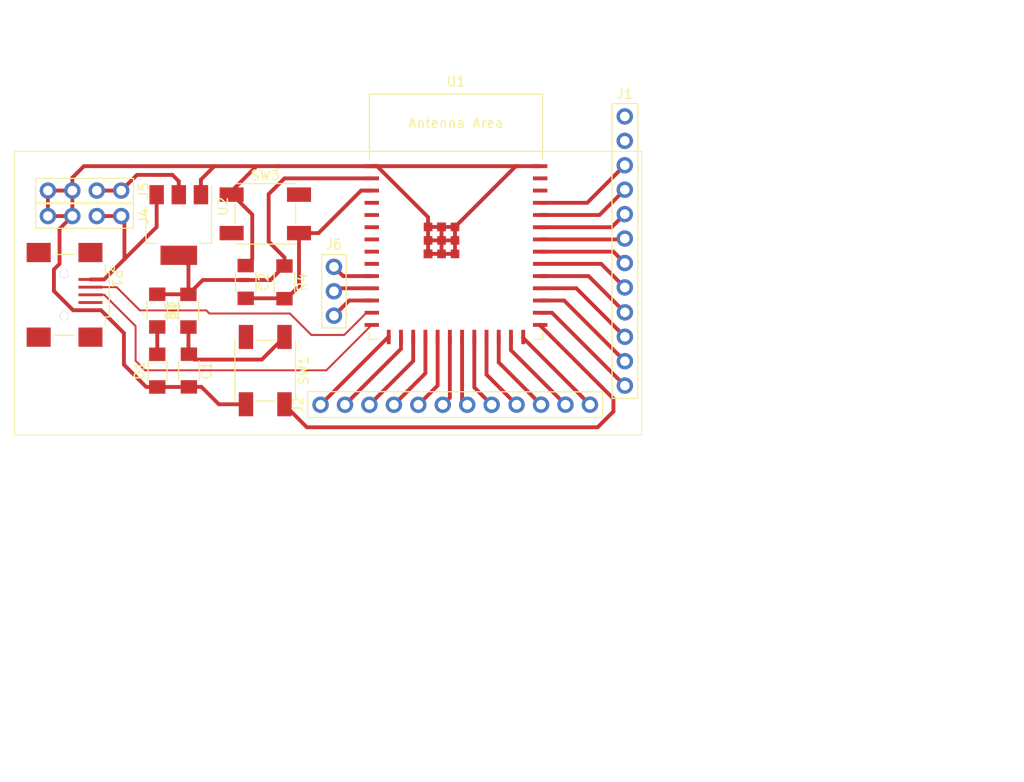
<source format=kicad_pcb>
(kicad_pcb (version 20240108) (generator "pcbnew") (generator_version "8.0")
  (layers (0 "F.Cu" signal) (31 "B.Cu" signal) (34 "B.Paste" user) (35 "F.Paste" user) (36 "B.SilkS" user "B.Silkscreen") (37 "F.SilkS" user "F.Silkscreen") (38 "B.Mask" user) (39 "F.Mask" user) (44 "Edge.Cuts" user))
  (net 0 "")
  (net 1 "GND")
  (net 2 "IO45")
  (net 3 "IO14")
  (net 5 "IO21")
  (net 7 "IO12")
  (net 11 "Net-(D1-A)")
  (net 12 "5V")
  (net 13 "D+")
  (net 15 "D-")
  (net 16 "3V3")
  (net 17 "Net-(U1-GPIO0{slash}BOOT)")
  (net 18 "Net-(U1-EN)")
  (net 19 "IO35")
  (net 20 "IO48")
  (net 21 "IO47")
  (net 22 "IO17")
  (net 23 "RX")
  (net 24 "TX")
  (net 25 "IO36")
  (net 26 "IO18")
  (net 27 "IO13")
  (net 28 "IO10")
  (net 29 "IO3")
  (net 30 "IO11")
  (net 31 "IO9")
  (net 32 "IO46")
  (net 33 "IO41")
  (net 34 "IO42")
  (net 35 "IO38")
  (net 36 "IO39")
  (net 37 "IO37")
  (net 38 "IO40")
  (net 44 "IO8")
  (footprint "fab:Button_Omron_B3SN_6.0x6.0mm" (layer "F.Cu") (at 356.24 70.55)
    (property "Reference" "SW3" (at 0 -4 0) (layer "F.SilkS"))
    (property "Value" "Switch_Tactile_Omron")
    (fp_line (start -3.15 -3.15) (end 3.15 -3.15) (stroke (width 0.12)) (layer "F.SilkS"))
    (fp_line (start -3.15 1) (end -3.15 -1) (stroke (width 0.12)) (layer "F.SilkS"))
    (fp_line (start 3.15 -1) (end 3.15 1) (stroke (width 0.12)) (layer "F.SilkS"))
    (fp_line (start 3.15 3.15) (end -3.15 3.15) (stroke (width 0.12)) (layer "F.SilkS"))
    (pad "1" smd rect (at -3.5 -2) (size 2.5 1.5) (layers "F.Cu" "F.Paste" "F.Mask") (net 1 "GND"))
    (pad "1" smd rect (at 3.5 -2) (size 2.5 1.5) (layers "F.Cu" "F.Paste" "F.Mask") (net 1 "GND"))
    (pad "2" smd rect (at -3.5 2) (size 2.5 1.5) (layers "F.Cu" "F.Paste" "F.Mask") (net 18 "Net-(U1-EN)"))
    (pad "2" smd rect (at 3.5 2) (size 2.5 1.5) (layers "F.Cu" "F.Paste" "F.Mask") (net 18 "Net-(U1-EN)"))
  )
  (footprint "fab:Conn_USB_miniB_Socket_CUIDevices_UJ2-MBH-1-SMT-TR" (layer "F.Cu") (at 330.22 78.97 -90)
    (property "Reference" "P1" (at -1.69 -10.03 -90) (layer "F.SilkS") (effects (justify bottom)))
    (property "Value" "Conn_USB_miniB_Socket_CUIDevices_UJ2-MBH-1-SMT-TR")
    (fp_line (start -4.2 -6.2) (end -4.2 -4.2) (stroke (width 0.12)) (layer "F.SilkS"))
    (fp_line (start 4.2 -6.2) (end 4.2 -4.1) (stroke (width 0.12)) (layer "F.SilkS"))
    (fp_line (start -3.1 -9.4) (end -2.3 -9.4) (stroke (width 0.12)) (layer "F.SilkS"))
    (fp_line (start -2.3 -9.4) (end -2.3 -9.8) (stroke (width 0.12)) (layer "F.SilkS"))
    (fp_line (start 2.3 -9.4) (end 3.1 -9.4) (stroke (width 0.12)) (layer "F.SilkS"))
    (fp_line (start -2.3 -9.8) (end 2.3 -9.8) (stroke (width 0.12)) (layer "F.SilkS"))
    (fp_line (start 2.3 -9.8) (end 2.3 -9.4) (stroke (width 0.12)) (layer "F.SilkS"))
    (fp_circle (center -2.75 -10.15) (end -2.75 -9.95) (stroke (width 0.12)) (fill none) (layer "F.SilkS"))
    (pad "" smd rect (at -3.4 -7.85 270) (size 2 2.5) (drill (offset -1 0)) (layers "F.Cu" "F.Paste" "F.Mask"))
    (pad "" smd rect (at -3.4 -2.47 270) (size 2 2.5) (drill (offset -1 0)) (layers "F.Cu" "F.Paste" "F.Mask"))
    (pad "" thru_hole circle (at -2.2 -5.11 270) (size 0.91 0.91) (drill 0.9) (layers "*.Cu" "*.Mask"))
    (pad "" thru_hole circle (at 2.2 -5.11 270) (size 0.91 0.91) (drill 0.9) (layers "*.Cu" "*.Mask"))
    (pad "" smd rect (at 3.4 -7.85 270) (size 2 2.5) (drill (offset 1 0)) (layers "F.Cu" "F.Paste" "F.Mask"))
    (pad "" smd rect (at 3.4 -2.47 270) (size 2 2.5) (drill (offset 1 0)) (layers "F.Cu" "F.Paste" "F.Mask"))
    (pad "1" smd rect (at -1.6 -7.85 270) (size 0.3 2.5) (layers "F.Cu" "F.Paste" "F.Mask") (net 12 "5V"))
    (pad "2" smd rect (at -0.8 -7.85 270) (size 0.3 2.5) (layers "F.Cu" "F.Paste" "F.Mask") (net 15 "D-"))
    (pad "3" smd rect (at 0 -7.85 270) (size 0.3 2.5) (layers "F.Cu" "F.Paste" "F.Mask") (net 13 "D+"))
    (pad "4" smd rect (at 0.8 -7.85 270) (size 0.3 2.5) (layers "F.Cu" "F.Paste" "F.Mask"))
    (pad "5" smd rect (at 1.6 -7.85 270) (size 0.3 2.5) (layers "F.Cu" "F.Paste" "F.Mask") (net 1 "GND"))
  )
  (footprint "fab:R_1206" (layer "F.Cu") (at 345.0125 80.61 -90)
    (property "Reference" "R1" (at 0 -1.85 90) (layer "F.SilkS"))
    (property "Value" "x")
    (fp_line (start 1 1.07) (end -1 1.07) (stroke (width 0.12)) (layer "F.SilkS"))
    (fp_line (start -1 -1.07) (end 1 -1.07) (stroke (width 0.12)) (layer "F.SilkS"))
    (pad "1" smd rect (at -1.7 0 270) (size 1.4 1.7) (layers "F.Cu" "F.Paste" "F.Mask") (net 16 "3V3"))
    (pad "2" smd rect (at 1.7 0 270) (size 1.4 1.7) (layers "F.Cu" "F.Paste" "F.Mask") (net 11 "Net-(D1-A)"))
  )
  (footprint "fab:PinHeader_1x12_P2.54mm_Vertical_THT_D1mm" (layer "F.Cu") (at 361.98 90.4 90)
    (property "Reference" "J2" (at 0 -2.33 -90) (layer "F.SilkS"))
    (property "Value" "Conn_PinHeader_1x12_P2.54mm_Vertical_THT_D1mm")
    (fp_line (start 1.37 -1.34) (end 1.34 29.32) (stroke (width 0.12)) (layer "F.SilkS"))
    (fp_line (start -1.33 -1.33) (end 1.37 -1.34) (stroke (width 0.12)) (layer "F.SilkS"))
    (fp_line (start -1.33 0) (end -1.33 -1.33) (stroke (width 0.12)) (layer "F.SilkS"))
    (fp_line (start -1.33 0) (end -1.32 29.32) (stroke (width 0.12)) (layer "F.SilkS"))
    (fp_line (start -1.32 29.32) (end 1.34 29.32) (stroke (width 0.12)) (layer "F.SilkS"))
    (pad "1" thru_hole circle (at 0 0 90) (size 1.7 1.7) (drill 1) (layers "*.Cu" "*.Mask") (net 29 "IO3"))
    (pad "2" thru_hole oval (at 0 2.54 90) (size 1.7 1.7) (drill 1) (layers "*.Cu" "*.Mask") (net 32 "IO46"))
    (pad "3" thru_hole oval (at 0 5.08 90) (size 1.7 1.7) (drill 1) (layers "*.Cu" "*.Mask") (net 31 "IO9"))
    (pad "4" thru_hole oval (at 0 7.62 90) (size 1.7 1.7) (drill 1) (layers "*.Cu" "*.Mask") (net 28 "IO10"))
    (pad "5" thru_hole oval (at 0 10.16 90) (size 1.7 1.7) (drill 1) (layers "*.Cu" "*.Mask") (net 30 "IO11"))
    (pad "6" thru_hole oval (at 0 12.7 90) (size 1.7 1.7) (drill 1) (layers "*.Cu" "*.Mask") (net 7 "IO12"))
    (pad "7" thru_hole oval (at 0 15.24 90) (size 1.7 1.7) (drill 1) (layers "*.Cu" "*.Mask") (net 27 "IO13"))
    (pad "8" thru_hole oval (at 0 17.78 90) (size 1.7 1.7) (drill 1) (layers "*.Cu" "*.Mask") (net 3 "IO14"))
    (pad "9" thru_hole oval (at 0.01 20.37 90) (size 1.7 1.7) (drill 1) (layers "*.Cu" "*.Mask") (net 5 "IO21"))
    (pad "10" thru_hole oval (at 0.01 22.91 90) (size 1.7 1.7) (drill 1) (layers "*.Cu" "*.Mask") (net 21 "IO47"))
    (pad "11" thru_hole oval (at 0.01 25.45 90) (size 1.7 1.7) (drill 1) (layers "*.Cu" "*.Mask") (net 20 "IO48"))
    (pad "12" thru_hole oval (at 0.01 27.99 90) (size 1.7 1.7) (drill 1) (layers "*.Cu" "*.Mask") (net 2 "IO45"))
  )
  (footprint "fab:R_1206" (layer "F.Cu") (at 358.23 77.67 -90)
    (property "Reference" "R4" (at 0 -1.85 90) (layer "F.SilkS"))
    (property "Value" "R 10k")
    (fp_line (start 1 1.07) (end -1 1.07) (stroke (width 0.12)) (layer "F.SilkS"))
    (fp_line (start -1 -1.07) (end 1 -1.07) (stroke (width 0.12)) (layer "F.SilkS"))
    (pad "1" smd rect (at -1.7 0 270) (size 1.4 1.7) (layers "F.Cu" "F.Paste" "F.Mask") (net 16 "3V3"))
    (pad "2" smd rect (at 1.7 0 270) (size 1.4 1.7) (layers "F.Cu" "F.Paste" "F.Mask") (net 18 "Net-(U1-EN)"))
  )
  (footprint "fab:LED_1206" (layer "F.Cu") (at 345.0125 86.85 90)
    (property "Reference" "D1" (at 0 -1.85 -90) (layer "F.SilkS"))
    (property "Value" "LED_1206")
    (fp_line (start -1.1 -0.95) (end 1.1 -0.95) (stroke (width 0.12)) (layer "F.SilkS"))
    (fp_line (start -1.1 1) (end 1.1 1) (stroke (width 0.12)) (layer "F.SilkS"))
    (pad "1" smd rect (at -1.7 0 90) (size 1.4 1.7) (layers "F.Cu" "F.Paste" "F.Mask") (net 1 "GND"))
    (pad "2" smd rect (at 1.7 0 90) (size 1.4 1.7) (layers "F.Cu" "F.Paste" "F.Mask") (net 11 "Net-(D1-A)"))
  )
  (footprint "fab:PinHeader_1x03_P2.54mm_Vertical_THT_D1mm" (layer "F.Cu") (at 363.37 76.06)
    (property "Reference" "J6" (at 0 -2.33 0) (layer "F.SilkS"))
    (property "Value" "Conn_PinHeader_1x03_P2.54mm_Vertical_THT_D1mm")
    (fp_line (start -1.27 -1.27) (end -1.27 6.35) (stroke (width 0.12)) (layer "F.SilkS"))
    (fp_line (start -1.27 -1.27) (end 1.27 -1.27) (stroke (width 0.12)) (layer "F.SilkS"))
    (fp_line (start -1.27 6.35) (end 1.27 6.35) (stroke (width 0.12)) (layer "F.SilkS"))
    (fp_line (start 1.27 -1.27) (end 1.27 6.35) (stroke (width 0.12)) (layer "F.SilkS"))
    (pad "1" thru_hole oval (at 0 0) (size 1.7 1.7) (drill 1) (layers "*.Cu" "*.Mask") (net 22 "IO17"))
    (pad "2" thru_hole oval (at 0 2.54) (size 1.7 1.7) (drill 1) (layers "*.Cu" "*.Mask") (net 26 "IO18"))
    (pad "3" thru_hole oval (at 0 5.08) (size 1.7 1.7) (drill 1) (layers "*.Cu" "*.Mask") (net 44 "IO8"))
  )
  (footprint "fab:Button_Omron_B3SN_6.0x6.0mm" (layer "F.Cu") (at 356.23 86.85 -90)
    (property "Reference" "SW1" (at 0 -4 90) (layer "F.SilkS"))
    (property "Value" "Switch_Tactile_Omron")
    (fp_line (start 3.15 3.15) (end -3.15 3.15) (stroke (width 0.12)) (layer "F.SilkS"))
    (fp_line (start -3.15 1) (end -3.15 -1) (stroke (width 0.12)) (layer "F.SilkS"))
    (fp_line (start 3.15 -1) (end 3.15 1) (stroke (width 0.12)) (layer "F.SilkS"))
    (fp_line (start -3.15 -3.15) (end 3.15 -3.15) (stroke (width 0.12)) (layer "F.SilkS"))
    (pad "1" smd rect (at -3.5 -2 270) (size 2.5 1.5) (layers "F.Cu" "F.Paste" "F.Mask") (net 17 "Net-(U1-GPIO0{slash}BOOT)"))
    (pad "1" smd rect (at 3.5 -2 270) (size 2.5 1.5) (layers "F.Cu" "F.Paste" "F.Mask") (net 17 "Net-(U1-GPIO0{slash}BOOT)"))
    (pad "2" smd rect (at -3.5 2 270) (size 2.5 1.5) (layers "F.Cu" "F.Paste" "F.Mask") (net 1 "GND"))
    (pad "2" smd rect (at 3.5 2 270) (size 2.5 1.5) (layers "F.Cu" "F.Paste" "F.Mask") (net 1 "GND"))
  )
  (footprint "fab:PinHeader_1x04_P2.54mm_Vertical_THT_D1mm" (layer "F.Cu") (at 341.27 70.78 -90)
    (property "Reference" "J4" (at 0 -2.33 90) (layer "F.SilkS"))
    (property "Value" "Conn_PinHeader_1x04_P2.54mm_Vertical_THT_D1mm")
    (fp_line (start -1.27 8.89) (end 1.27 8.89) (stroke (width 0.12)) (layer "F.SilkS"))
    (fp_line (start -1.27 -1.27) (end -1.27 8.89) (stroke (width 0.12)) (layer "F.SilkS"))
    (fp_line (start -1.27 -1.27) (end 1.27 -1.27) (stroke (width 0.12)) (layer "F.SilkS"))
    (fp_line (start 1.27 -1.27) (end 1.27 8.89) (stroke (width 0.12)) (layer "F.SilkS"))
    (pad "1" thru_hole oval (at 0 0 270) (size 1.7 1.7) (drill 1) (layers "*.Cu" "*.Mask") (net 12 "5V"))
    (pad "2" thru_hole oval (at 0 2.54 270) (size 1.7 1.7) (drill 1) (layers "*.Cu" "*.Mask") (net 12 "5V"))
    (pad "3" thru_hole oval (at 0 5.08 270) (size 1.7 1.7) (drill 1) (layers "*.Cu" "*.Mask") (net 1 "GND"))
    (pad "4" thru_hole oval (at 0 7.62 270) (size 1.7 1.7) (drill 1) (layers "*.Cu" "*.Mask") (net 1 "GND"))
  )
  (footprint "fab:C_1206" (layer "F.Cu") (at 354.2025 77.63 -90)
    (property "Reference" "C2" (at 0 -1.85 90) (layer "F.SilkS"))
    (property "Value" "C_1206")
    (fp_line (start 1 1.07) (end -1 1.07) (stroke (width 0.12)) (layer "F.SilkS"))
    (fp_line (start -1 -1.07) (end 1 -1.07) (stroke (width 0.12)) (layer "F.SilkS"))
    (pad "1" smd rect (at -1.7 0 270) (size 1.4 1.7) (layers "F.Cu" "F.Paste" "F.Mask") (net 1 "GND"))
    (pad "2" smd rect (at 1.7 0 270) (size 1.4 1.7) (layers "F.Cu" "F.Paste" "F.Mask") (net 18 "Net-(U1-EN)"))
  )
  (footprint "PCM_Espressif:ESP32-S3-WROOM-1" (layer "F.Cu") (at 376.05 73.85)
    (property "Reference" "U1" (at 0 -17.05 0) (layer "F.SilkS"))
    (property "Value" "ESP32-S3-WROOM-1")
    (fp_line (start -9 -15.75) (end -9 -9) (stroke (width 0.12)) (layer "F.SilkS"))
    (fp_line (start -9 -15.75) (end 9 -15.75) (stroke (width 0.12)) (layer "F.SilkS"))
    (fp_line (start -9 9) (end -9 9.75) (stroke (width 0.12)) (layer "F.SilkS"))
    (fp_line (start -9 9.75) (end -8 9.75) (stroke (width 0.12)) (layer "F.SilkS"))
    (fp_line (start 9 -15.75) (end 9 -9) (stroke (width 0.12)) (layer "F.SilkS"))
    (fp_line (start 9 -9.81) (end -9 -9.81) (stroke (width 0.12)) (layer "F.SilkS"))
    (fp_line (start 9 9) (end 9 9.75) (stroke (width 0.12)) (layer "F.SilkS"))
    (fp_line (start 9 9.75) (end 8 9.75) (stroke (width 0.12)) (layer "F.SilkS"))
    (fp_text user "Antenna Area" (at 0 -12.75 0) (layer "F.SilkS"))
    (pad "1" smd rect (at -8.75 -8.26) (size 1.5 0.4) (layers "F.Cu" "F.Paste" "F.Mask") (net 1 "GND"))
    (pad "2" smd rect (at -8.75 -6.99) (size 1.5 0.4) (layers "F.Cu" "F.Paste" "F.Mask") (net 16 "3V3"))
    (pad "3" smd rect (at -8.75 -5.72) (size 1.5 0.4) (layers "F.Cu" "F.Paste" "F.Mask") (net 18 "Net-(U1-EN)"))
    (pad "4" smd rect (at -8.75 -4.45) (size 1.5 0.4) (layers "F.Cu" "F.Paste" "F.Mask"))
    (pad "5" smd rect (at -8.75 -3.18) (size 1.5 0.4) (layers "F.Cu" "F.Paste" "F.Mask"))
    (pad "6" smd rect (at -8.75 -1.91) (size 1.5 0.4) (layers "F.Cu" "F.Paste" "F.Mask"))
    (pad "7" smd rect (at -8.75 -0.64) (size 1.5 0.4) (layers "F.Cu" "F.Paste" "F.Mask"))
    (pad "8" smd rect (at -8.75 0.63) (size 1.5 0.4) (layers "F.Cu" "F.Paste" "F.Mask"))
    (pad "9" smd rect (at -8.75 1.9) (size 1.5 0.4) (layers "F.Cu" "F.Paste" "F.Mask"))
    (pad "10" smd rect (at -8.75 3.17) (size 1.5 0.4) (layers "F.Cu" "F.Paste" "F.Mask") (net 22 "IO17"))
    (pad "11" smd rect (at -8.75 4.44) (size 1.5 0.4) (layers "F.Cu" "F.Paste" "F.Mask") (net 26 "IO18"))
    (pad "12" smd rect (at -8.75 5.71) (size 1.5 0.4) (layers "F.Cu" "F.Paste" "F.Mask") (net 44 "IO8"))
    (pad "13" smd rect (at -8.75 6.98) (size 1.5 0.4) (layers "F.Cu" "F.Paste" "F.Mask") (net 15 "D-"))
    (pad "14" smd rect (at -8.75 8.25) (size 1.5 0.4) (layers "F.Cu" "F.Paste" "F.Mask") (net 13 "D+"))
    (pad "15" smd rect (at -6.985 9.5 90) (size 1.5 0.4) (layers "F.Cu" "F.Paste" "F.Mask") (net 29 "IO3"))
    (pad "16" smd rect (at -5.715 9.5 90) (size 1.5 0.4) (layers "F.Cu" "F.Paste" "F.Mask") (net 32 "IO46"))
    (pad "17" smd rect (at -4.445 9.5 90) (size 1.5 0.4) (layers "F.Cu" "F.Paste" "F.Mask") (net 31 "IO9"))
    (pad "18" smd rect (at -3.175 9.5 90) (size 1.5 0.4) (layers "F.Cu" "F.Paste" "F.Mask") (net 28 "IO10"))
    (pad "19" smd rect (at -1.905 9.5 90) (size 1.5 0.4) (layers "F.Cu" "F.Paste" "F.Mask") (net 30 "IO11"))
    (pad "20" smd rect (at -0.635 9.5 90) (size 1.5 0.4) (layers "F.Cu" "F.Paste" "F.Mask") (net 7 "IO12"))
    (pad "21" smd rect (at 0.635 9.5 90) (size 1.5 0.4) (layers "F.Cu" "F.Paste" "F.Mask") (net 27 "IO13"))
    (pad "22" smd rect (at 1.905 9.5 90) (size 1.5 0.4) (layers "F.Cu" "F.Paste" "F.Mask") (net 3 "IO14"))
    (pad "23" smd rect (at 3.175 9.5 90) (size 1.5 0.4) (layers "F.Cu" "F.Paste" "F.Mask") (net 5 "IO21"))
    (pad "24" smd rect (at 4.445 9.5 90) (size 1.5 0.4) (layers "F.Cu" "F.Paste" "F.Mask") (net 21 "IO47"))
    (pad "25" smd rect (at 5.715 9.5 90) (size 1.5 0.4) (layers "F.Cu" "F.Paste" "F.Mask") (net 20 "IO48"))
    (pad "26" smd rect (at 6.985 9.5 90) (size 1.5 0.4) (layers "F.Cu" "F.Paste" "F.Mask") (net 2 "IO45"))
    (pad "27" smd rect (at 8.75 8.25) (size 1.5 0.4) (layers "F.Cu" "F.Paste" "F.Mask") (net 17 "Net-(U1-GPIO0{slash}BOOT)"))
    (pad "28" smd rect (at 8.75 6.98) (size 1.5 0.4) (layers "F.Cu" "F.Paste" "F.Mask") (net 19 "IO35"))
    (pad "29" smd rect (at 8.75 5.71) (size 1.5 0.4) (layers "F.Cu" "F.Paste" "F.Mask") (net 25 "IO36"))
    (pad "30" smd rect (at 8.75 4.44) (size 1.5 0.4) (layers "F.Cu" "F.Paste" "F.Mask") (net 37 "IO37"))
    (pad "31" smd rect (at 8.75 3.17) (size 1.5 0.4) (layers "F.Cu" "F.Paste" "F.Mask") (net 35 "IO38"))
    (pad "32" smd rect (at 8.75 1.9) (size 1.5 0.4) (layers "F.Cu" "F.Paste" "F.Mask") (net 36 "IO39"))
    (pad "33" smd rect (at 8.75 0.63) (size 1.5 0.4) (layers "F.Cu" "F.Paste" "F.Mask") (net 38 "IO40"))
    (pad "34" smd rect (at 8.75 -0.64) (size 1.5 0.4) (layers "F.Cu" "F.Paste" "F.Mask") (net 33 "IO41"))
    (pad "35" smd rect (at 8.75 -1.91) (size 1.5 0.4) (layers "F.Cu" "F.Paste" "F.Mask") (net 34 "IO42"))
    (pad "36" smd rect (at 8.75 -3.18) (size 1.5 0.4) (layers "F.Cu" "F.Paste" "F.Mask") (net 23 "RX"))
    (pad "37" smd rect (at 8.75 -4.45) (size 1.5 0.4) (layers "F.Cu" "F.Paste" "F.Mask") (net 24 "TX"))
    (pad "38" smd rect (at 8.75 -5.72) (size 1.5 0.4) (layers "F.Cu" "F.Paste" "F.Mask"))
    (pad "39" smd rect (at 8.75 -6.99) (size 1.5 0.4) (layers "F.Cu" "F.Paste" "F.Mask"))
    (pad "40" smd rect (at 8.75 -8.26) (size 1.5 0.4) (layers "F.Cu" "F.Paste" "F.Mask") (net 1 "GND"))
    (pad "41" smd rect (at -2.9 -1.94 180) (size 0.9 0.9) (layers "F.Cu" "F.Paste" "F.Mask") (net 1 "GND"))
    (pad "41" smd rect (at -2.9 -0.54 180) (size 0.9 0.9) (layers "F.Cu" "F.Paste" "F.Mask") (net 1 "GND"))
    (pad "41" smd rect (at -2.9 0.86 180) (size 0.9 0.9) (layers "F.Cu" "F.Paste" "F.Mask") (net 1 "GND"))
    (pad "41" smd rect (at -2.9 0.86 180) (size 0.9 0.9) (layers "F.Cu" "F.Paste" "F.Mask") (net 1 "GND"))
    (pad "41" smd rect (at -1.5 -1.94 180) (size 0.9 0.9) (layers "F.Cu" "F.Paste" "F.Mask") (net 1 "GND"))
    (pad "41" smd rect (at -1.5 -1.94 180) (size 0.9 0.9) (layers "F.Cu" "F.Paste" "F.Mask") (net 1 "GND"))
    (pad "41" smd rect (at -1.5 -0.54 180) (size 0.9 0.9) (layers "F.Cu" "F.Paste" "F.Mask") (net 1 "GND"))
    (pad "41" smd rect (at -1.5 0.86 180) (size 0.9 0.9) (layers "F.Cu" "F.Paste" "F.Mask") (net 1 "GND"))
    (pad "41" smd rect (at -0.1 -1.94 180) (size 0.9 0.9) (layers "F.Cu" "F.Paste" "F.Mask") (net 1 "GND"))
    (pad "41" smd rect (at -0.1 -0.54 180) (size 0.9 0.9) (layers "F.Cu" "F.Paste" "F.Mask") (net 1 "GND"))
    (pad "41" smd rect (at -0.1 0.86 180) (size 0.9 0.9) (layers "F.Cu" "F.Paste" "F.Mask") (net 1 "GND"))
  )
  (footprint "fab:PinHeader_1x04_P2.54mm_Vertical_THT_D1mm" (layer "F.Cu") (at 341.27 68.13 -90)
    (property "Reference" "J5" (at 0 -2.33 90) (layer "F.SilkS"))
    (property "Value" "Conn_PinHeader_1x04_P2.54mm_Vertical_THT_D1mm")
    (fp_line (start -1.27 8.89) (end 1.27 8.89) (stroke (width 0.12)) (layer "F.SilkS"))
    (fp_line (start -1.27 -1.27) (end -1.27 8.89) (stroke (width 0.12)) (layer "F.SilkS"))
    (fp_line (start -1.27 -1.27) (end 1.27 -1.27) (stroke (width 0.12)) (layer "F.SilkS"))
    (fp_line (start 1.27 -1.27) (end 1.27 8.89) (stroke (width 0.12)) (layer "F.SilkS"))
    (pad "1" thru_hole oval (at 0 0 270) (size 1.7 1.7) (drill 1) (layers "*.Cu" "*.Mask") (net 16 "3V3"))
    (pad "2" thru_hole oval (at 0 2.54 270) (size 1.7 1.7) (drill 1) (layers "*.Cu" "*.Mask") (net 16 "3V3"))
    (pad "3" thru_hole oval (at 0 5.08 270) (size 1.7 1.7) (drill 1) (layers "*.Cu" "*.Mask") (net 1 "GND"))
    (pad "4" thru_hole oval (at 0 7.62 270) (size 1.7 1.7) (drill 1) (layers "*.Cu" "*.Mask") (net 1 "GND"))
  )
  (footprint "fab:PinHeader_1x12_P2.54mm_Vertical_THT_D1mm" (layer "F.Cu") (at 393.59 60.42)
    (property "Reference" "J1" (at 0 -2.33 0) (layer "F.SilkS"))
    (property "Value" "Conn_PinHeader_1x12_P2.54mm_Vertical_THT_D1mm")
    (fp_line (start -1.33 -1.33) (end 1.37 -1.34) (stroke (width 0.12)) (layer "F.SilkS"))
    (fp_line (start -1.33 0) (end -1.33 -1.33) (stroke (width 0.12)) (layer "F.SilkS"))
    (fp_line (start -1.33 0) (end -1.32 29.32) (stroke (width 0.12)) (layer "F.SilkS"))
    (fp_line (start -1.32 29.32) (end 1.34 29.32) (stroke (width 0.12)) (layer "F.SilkS"))
    (fp_line (start 1.37 -1.34) (end 1.34 29.32) (stroke (width 0.12)) (layer "F.SilkS"))
    (pad "1" thru_hole circle (at 0 0) (size 1.7 1.7) (drill 1) (layers "*.Cu" "*.Mask"))
    (pad "2" thru_hole oval (at 0 2.54) (size 1.7 1.7) (drill 1) (layers "*.Cu" "*.Mask"))
    (pad "3" thru_hole oval (at 0 5.08) (size 1.7 1.7) (drill 1) (layers "*.Cu" "*.Mask") (net 24 "TX"))
    (pad "4" thru_hole oval (at 0 7.62) (size 1.7 1.7) (drill 1) (layers "*.Cu" "*.Mask") (net 23 "RX"))
    (pad "5" thru_hole oval (at 0 10.16) (size 1.7 1.7) (drill 1) (layers "*.Cu" "*.Mask") (net 34 "IO42"))
    (pad "6" thru_hole oval (at 0 12.7) (size 1.7 1.7) (drill 1) (layers "*.Cu" "*.Mask") (net 33 "IO41"))
    (pad "7" thru_hole oval (at 0 15.24) (size 1.7 1.7) (drill 1) (layers "*.Cu" "*.Mask") (net 38 "IO40"))
    (pad "8" thru_hole oval (at 0 17.78) (size 1.7 1.7) (drill 1) (layers "*.Cu" "*.Mask") (net 36 "IO39"))
    (pad "9" thru_hole oval (at 0.01 20.37) (size 1.7 1.7) (drill 1) (layers "*.Cu" "*.Mask") (net 35 "IO38"))
    (pad "10" thru_hole oval (at 0.01 22.91) (size 1.7 1.7) (drill 1) (layers "*.Cu" "*.Mask") (net 37 "IO37"))
    (pad "11" thru_hole oval (at 0.01 25.45) (size 1.7 1.7) (drill 1) (layers "*.Cu" "*.Mask") (net 25 "IO36"))
    (pad "12" thru_hole oval (at 0.01 27.99) (size 1.7 1.7) (drill 1) (layers "*.Cu" "*.Mask") (net 19 "IO35"))
  )
  (footprint "fab:R_1206" (layer "F.Cu") (at 348.2525 80.62 90)
    (property "Reference" "R3" (at 0 -1.85 -90) (layer "F.SilkS"))
    (property "Value" "R 10k")
    (fp_line (start -1 -1.07) (end 1 -1.07) (stroke (width 0.12)) (layer "F.SilkS"))
    (fp_line (start 1 1.07) (end -1 1.07) (stroke (width 0.12)) (layer "F.SilkS"))
    (pad "1" smd rect (at -1.7 0 90) (size 1.4 1.7) (layers "F.Cu" "F.Paste" "F.Mask") (net 17 "Net-(U1-GPIO0{slash}BOOT)"))
    (pad "2" smd rect (at 1.7 0 90) (size 1.4 1.7) (layers "F.Cu" "F.Paste" "F.Mask") (net 16 "3V3"))
  )
  (footprint "fab:SOT-223-3_TabPin2" (layer "F.Cu") (at 347.25 71.71 -90)
    (property "Reference" "U2" (at -1.92 -4.59 90) (layer "F.SilkS"))
    (property "Value" "Regulator_Linear_3.3V_1A_DiodesIncorporated")
    (fp_line (start -1.85 3.41) (end 1.91 3.41) (stroke (width 0.12)) (layer "F.SilkS"))
    (fp_line (start 1.91 3.41) (end 1.91 2.15) (stroke (width 0.12)) (layer "F.SilkS"))
    (fp_line (start -4.1 -3.41) (end 1.91 -3.41) (stroke (width 0.12)) (layer "F.SilkS"))
    (fp_line (start 1.91 -3.41) (end 1.91 -2.15) (stroke (width 0.12)) (layer "F.SilkS"))
    (pad "1" smd rect (at -3.15 -2.3 270) (size 2 1.5) (layers "F.Cu" "F.Paste" "F.Mask") (net 1 "GND"))
    (pad "2" smd rect (at -3.15 0 270) (size 2 1.5) (layers "F.Cu" "F.Paste" "F.Mask") (net 16 "3V3"))
    (pad "2" smd rect (at 3.15 0 270) (size 2 3.8) (layers "F.Cu" "F.Paste" "F.Mask") (net 16 "3V3"))
    (pad "3" smd rect (at -3.15 2.3 270) (size 2 1.5) (layers "F.Cu" "F.Paste" "F.Mask") (net 12 "5V"))
  )
  (footprint "fab:C_1206" (layer "F.Cu") (at 348.3 86.84 -90)
    (property "Reference" "C1" (at 0 -1.85 90) (layer "F.SilkS"))
    (property "Value" "C_1206")
    (fp_line (start 1 1.07) (end -1 1.07) (stroke (width 0.12)) (layer "F.SilkS"))
    (fp_line (start -1 -1.07) (end 1 -1.07) (stroke (width 0.12)) (layer "F.SilkS"))
    (pad "1" smd rect (at -1.7 0 270) (size 1.4 1.7) (layers "F.Cu" "F.Paste" "F.Mask") (net 17 "Net-(U1-GPIO0{slash}BOOT)"))
    (pad "2" smd rect (at 1.7 0 270) (size 1.4 1.7) (layers "F.Cu" "F.Paste" "F.Mask") (net 1 "GND"))
  )
  (gr_rect (start 330.2 64.04) (end 395.35 93.55) (stroke (width 0.1)) (fill none) (layer "F.SilkS"))
  (segment (start 367.3 65.59) (end 367.85 65.59) (width 0.4) (layer "F.Cu") (net 1))
  (segment (start 333.65 70.78) (end 336.19 70.78) (width 0.4) (layer "F.Cu") (net 1))
  (segment (start 367.3 65.59) (end 357.64 65.59) (width 0.4) (layer "F.Cu") (net 1))
  (segment (start 382.27 65.59) (end 375.95 71.91) (width 0.4) (layer "F.Cu") (net 1))
  (segment (start 351.41 90.35) (end 349.6 88.54) (width 0.4) (layer "F.Cu") (net 1))
  (segment (start 343.87 88.55) (end 341.55 86.23) (width 0.4) (layer "F.Cu") (net 1))
  (segment (start 337.39 65.59) (end 350.95 65.59) (width 0.4) (layer "F.Cu") (net 1))
  (segment (start 339.17 80.57) (end 338.07 80.57) (width 0.4) (layer "F.Cu") (net 1))
  (segment (start 349.6 88.54) (end 348.3 88.54) (width 0.4) (layer "F.Cu") (net 1))
  (segment (start 349.55 66.99) (end 350.95 65.59) (width 0.4) (layer "F.Cu") (net 1))
  (segment (start 373.15 74.71) (end 375.95 74.71) (width 0.4) (layer "F.Cu") (net 1))
  (segment (start 336.19 70.78) (end 334.86 72.11) (width 0.4) (layer "F.Cu") (net 1))
  (segment (start 349.55 68.56) (end 349.55 66.99) (width 0.4) (layer "F.Cu") (net 1))
  (segment (start 354.23 89.298629) (end 354.23 90.35) (width 0.4) (layer "F.Cu") (net 1))
  (segment (start 357.64 65.59) (end 350.95 65.59) (width 0.4) (layer "F.Cu") (net 1))
  (segment (start 345.0125 88.55) (end 348.29 88.55) (width 0.4) (layer "F.Cu") (net 1))
  (segment (start 341.55 86.23) (end 341.55 82.95) (width 0.4) (layer "F.Cu") (net 1))
  (segment (start 373.15 71.91) (end 373.15 74.71) (width 0.4) (layer "F.Cu") (net 1))
  (segment (start 375.95 71.91) (end 375.95 74.71) (width 0.4) (layer "F.Cu") (net 1))
  (segment (start 334.86 72.11) (end 334.86 75.748004) (width 0.4) (layer "F.Cu") (net 1))
  (segment (start 354.4 75.7325) (end 354.2025 75.93) (width 0.4) (layer "F.Cu") (net 1))
  (segment (start 382.45 65.59) (end 382.27 65.59) (width 0.4) (layer "F.Cu") (net 1))
  (segment (start 373.15 71.46) (end 373.15 71.91) (width 0.4) (layer "F.Cu") (net 1))
  (segment (start 354.88 75.2525) (end 354.88 70.62) (width 0.4) (layer "F.Cu") (net 1))
  (segment (start 333.65 68.13) (end 336.19 68.13) (width 0.4) (layer "F.Cu") (net 1))
  (segment (start 336.19 66.79) (end 337.39 65.59) (width 0.4) (layer "F.Cu") (net 1))
  (segment (start 334.275 76.333004) (end 334.275 78.575) (width 0.4) (layer "F.Cu") (net 1))
  (segment (start 348.29 88.55) (end 348.3 88.54) (width 0.4) (layer "F.Cu") (net 1))
  (segment (start 357.64 65.59) (end 357.36 65.59) (width 0.4) (layer "F.Cu") (net 1))
  (segment (start 336.19 68.13) (end 336.19 70.78) (width 0.4) (layer "F.Cu") (net 1))
  (segment (start 384.8 65.59) (end 382.45 65.59) (width 0.4) (layer "F.Cu") (net 1))
  (segment (start 382.45 65.59) (end 367.3 65.59) (width 0.4) (layer "F.Cu") (net 1))
  (segment (start 341.55 82.95) (end 339.17 80.57) (width 0.4) (layer "F.Cu") (net 1))
  (segment (start 373.15 70.89) (end 373.15 71.46) (width 0.4) (layer "F.Cu") (net 1))
  (segment (start 374.55 74.71) (end 374.55 71.91) (width 0.4) (layer "F.Cu") (net 1))
  (segment (start 354.23 90.35) (end 351.41 90.35) (width 0.4) (layer "F.Cu") (net 1))
  (segment (start 354.2025 75.93) (end 354.88 75.2525) (width 0.4) (layer "F.Cu") (net 1))
  (segment (start 354.88 70.62) (end 352.59 68.33) (width 0.4) (layer "F.Cu") (net 1))
  (segment (start 334.275 78.575) (end 336.27 80.57) (width 0.4) (layer "F.Cu") (net 1))
  (segment (start 354.61 75.7325) (end 354.4 75.7325) (width 0.4) (layer "F.Cu") (net 1))
  (segment (start 345.0125 88.55) (end 343.87 88.55) (width 0.4) (layer "F.Cu") (net 1))
  (segment (start 336.27 80.57) (end 338.07 80.57) (width 0.4) (layer "F.Cu") (net 1))
  (segment (start 375.95 71.91) (end 373.15 71.91) (width 0.4) (layer "F.Cu") (net 1))
  (segment (start 352.59 68.33) (end 355.3 65.62) (width 0.4) (layer "F.Cu") (net 1))
  (segment (start 333.65 68.13) (end 333.65 70.78) (width 0.4) (layer "F.Cu") (net 1))
  (segment (start 375.95 73.31) (end 373.15 73.31) (width 0.4) (layer "F.Cu") (net 1))
  (segment (start 334.86 75.748004) (end 334.275 76.333004) (width 0.4) (layer "F.Cu") (net 1))
  (segment (start 336.19 68.13) (end 336.19 66.79) (width 0.4) (layer "F.Cu") (net 1))
  (segment (start 367.85 65.59) (end 373.15 70.89) (width 0.4) (layer "F.Cu") (net 1))
  (segment (start 383.035 83.35) (end 383.035 83.455) (width 0.4) (layer "F.Cu") (net 2))
  (segment (start 383.035 83.455) (end 389.97 90.39) (width 0.4) (layer "F.Cu") (net 2))
  (segment (start 377.955 83.35) (end 377.955 88.595) (width 0.4) (layer "F.Cu") (net 3))
  (segment (start 377.955 88.595) (end 379.76 90.4) (width 0.4) (layer "F.Cu") (net 3))
  (segment (start 379.225 87.265) (end 382.35 90.39) (width 0.4) (layer "F.Cu") (net 5))
  (segment (start 379.225 83.35) (end 379.225 87.265) (width 0.4) (layer "F.Cu") (net 5))
  (segment (start 375.415 89.665) (end 374.68 90.4) (width 0.4) (layer "F.Cu") (net 7))
  (segment (start 375.415 83.35) (end 375.415 89.665) (width 0.4) (layer "F.Cu") (net 7))
  (segment (start 345.0125 82.31) (end 345.0125 85.15) (width 0.4) (layer "F.Cu") (net 11))
  (segment (start 341.6 75.26) (end 344.95 71.91) (width 0.4) (layer "F.Cu") (net 12))
  (segment (start 344.95 71.91) (end 344.95 70.51) (width 0.4) (layer "F.Cu") (net 12))
  (segment (start 339.49 77.37) (end 341.6 75.26) (width 0.4) (layer "F.Cu") (net 12))
  (segment (start 341.6 71.11) (end 341.6 75.26) (width 0.4) (layer "F.Cu") (net 12))
  (segment (start 341.27 70.78) (end 341.6 71.11) (width 0.4) (layer "F.Cu") (net 12))
  (segment (start 338.73 70.78) (end 341.27 70.78) (width 0.4) (layer "F.Cu") (net 12))
  (segment (start 338.07 77.37) (end 339.49 77.37) (width 0.4) (layer "F.Cu") (net 12))
  (segment (start 344.95 70.51) (end 344.95 68.56) (width 0.4) (layer "F.Cu") (net 12))
  (segment (start 339.51 78.97) (end 342.76 82.22) (width 0.2) (layer "F.Cu") (net 13))
  (segment (start 338.07 78.97) (end 339.51 78.97) (width 0.2) (layer "F.Cu") (net 13))
  (segment (start 342.76 82.22) (end 342.76 85.82) (width 0.2) (layer "F.Cu") (net 13))
  (segment (start 342.76 85.82) (end 343.76 86.82) (width 0.2) (layer "F.Cu") (net 13))
  (segment (start 343.76 86.82) (end 362.58 86.82) (width 0.2) (layer "F.Cu") (net 13))
  (segment (start 362.58 86.82) (end 367.3 82.1) (width 0.2) (layer "F.Cu") (net 13))
  (segment (start 358.79 80.91) (end 350.43 80.91) (width 0.2) (layer "F.Cu") (net 15))
  (segment (start 367.3 80.83) (end 366.75 80.83) (width 0.2) (layer "F.Cu") (net 15))
  (segment (start 340.79 78.17) (end 339.57 78.17) (width 0.2) (layer "F.Cu") (net 15))
  (segment (start 361.025 83.145) (end 358.79 80.91) (width 0.2) (layer "F.Cu") (net 15))
  (segment (start 367.23 80.9) (end 367.3 80.83) (width 0.2) (layer "F.Cu") (net 15))
  (segment (start 366.75 80.83) (end 364.435 83.145) (width 0.2) (layer "F.Cu") (net 15))
  (segment (start 350.11 80.59) (end 343.21 80.59) (width 0.2) (layer "F.Cu") (net 15))
  (segment (start 339.57 78.17) (end 338.07 78.17) (width 0.2) (layer "F.Cu") (net 15))
  (segment (start 367.3 80.83) (end 367.22 80.91) (width 0.2) (layer "F.Cu") (net 15))
  (segment (start 343.21 80.59) (end 340.79 78.17) (width 0.2) (layer "F.Cu") (net 15))
  (segment (start 364.435 83.145) (end 361.025 83.145) (width 0.2) (layer "F.Cu") (net 15))
  (segment (start 350.43 80.91) (end 350.11 80.59) (width 0.2) (layer "F.Cu") (net 15))
  (segment (start 339.7 78.17) (end 339.57 78.17) (width 0.2) (layer "F.Cu") (net 15))
  (segment (start 338.73 68.13) (end 341.27 68.13) (width 0.4) (layer "F.Cu") (net 16))
  (segment (start 358.23 75.97) (end 356.77 77.43) (width 0.4) (layer "F.Cu") (net 16))
  (segment (start 347.25 67.16) (end 347.25 68.56) (width 0.4) (layer "F.Cu") (net 16))
  (segment (start 358.23 75.08) (end 356.59 73.44) (width 0.4) (layer "F.Cu") (net 16))
  (segment (start 348.2525 78.92) (end 349.7425 77.43) (width 0.4) (layer "F.Cu") (net 16))
  (segment (start 354.16 77.43) (end 353.57 77.43) (width 0.4) (layer "F.Cu") (net 16))
  (segment (start 345.0125 78.91) (end 348.2425 78.91) (width 0.4) (layer "F.Cu") (net 16))
  (segment (start 346.59 66.5) (end 347.25 67.16) (width 0.4) (layer "F.Cu") (net 16))
  (segment (start 358.23 75.97) (end 358.23 75.08) (width 0.4) (layer "F.Cu") (net 16))
  (segment (start 348.2425 78.91) (end 348.2525 78.92) (width 0.4) (layer "F.Cu") (net 16))
  (segment (start 358.5475 75.97) (end 358.65 75.8675) (width 0.4) (layer "F.Cu") (net 16))
  (segment (start 354.55 77.43) (end 354.16 77.43) (width 0.4) (layer "F.Cu") (net 16))
  (segment (start 348.2525 75.8625) (end 347.25 74.86) (width 0.4) (layer "F.Cu") (net 16))
  (segment (start 342.9 66.5) (end 346.59 66.5) (width 0.4) (layer "F.Cu") (net 16))
  (segment (start 358.23 66.86) (end 367.3 66.86) (width 0.4) (layer "F.Cu") (net 16))
  (segment (start 358.23 75.97) (end 358.5475 75.97) (width 0.4) (layer "F.Cu") (net 16))
  (segment (start 341.27 68.13) (end 342.9 66.5) (width 0.4) (layer "F.Cu") (net 16))
  (segment (start 347.25 69.21) (end 347.25 68.56) (width 0.4) (layer "F.Cu") (net 16))
  (segment (start 349.7425 77.43) (end 354.55 77.43) (width 0.4) (layer "F.Cu") (net 16))
  (segment (start 347.25 69.19) (end 347.25 68.56) (width 0.4) (layer "F.Cu") (net 16))
  (segment (start 356.77 77.43) (end 354.55 77.43) (width 0.4) (layer "F.Cu") (net 16))
  (segment (start 348.2525 78.92) (end 348.2525 75.8625) (width 0.4) (layer "F.Cu") (net 16))
  (segment (start 354.16 77.43) (end 353.5825 77.43) (width 0.4) (layer "F.Cu") (net 16))
  (segment (start 356.59 68.5) (end 358.23 66.86) (width 0.4) (layer "F.Cu") (net 16))
  (segment (start 356.59 73.44) (end 356.59 68.5) (width 0.4) (layer "F.Cu") (net 16))
  (segment (start 348.86 85.7) (end 355.88 85.7) (width 0.4) (layer "F.Cu") (net 17))
  (segment (start 390.77 92.74) (end 392.41 91.1) (width 0.4) (layer "F.Cu") (net 17))
  (segment (start 355.88 85.7) (end 358.23 83.35) (width 0.4) (layer "F.Cu") (net 17))
  (segment (start 360.56 92.74) (end 390.77 92.74) (width 0.4) (layer "F.Cu") (net 17))
  (segment (start 348.3 85.14) (end 348.86 85.7) (width 0.4) (layer "F.Cu") (net 17))
  (segment (start 392.41 91.1) (end 392.41 89.77) (width 0.4) (layer "F.Cu") (net 17))
  (segment (start 392.41 89.77) (end 384.8 82.16) (width 0.4) (layer "F.Cu") (net 17))
  (segment (start 348.2525 82.32) (end 348.2525 85.0925) (width 0.4) (layer "F.Cu") (net 17))
  (segment (start 358.23 90.41) (end 360.56 92.74) (width 0.4) (layer "F.Cu") (net 17))
  (segment (start 384.8 82.16) (end 384.8 82.1) (width 0.4) (layer "F.Cu") (net 17))
  (segment (start 358.23 79.37) (end 358.44 79.37) (width 0.4) (layer "F.Cu") (net 18))
  (segment (start 361.77 72.55) (end 366.19 68.13) (width 0.4) (layer "F.Cu") (net 18))
  (segment (start 358.19 79.33) (end 358.23 79.37) (width 0.4) (layer "F.Cu") (net 18))
  (segment (start 366.19 68.13) (end 367.3 68.13) (width 0.4) (layer "F.Cu") (net 18))
  (segment (start 359.74 72.55) (end 359.74 78.07) (width 0.4) (layer "F.Cu") (net 18))
  (segment (start 359.74 78.07) (end 359.385 78.425) (width 0.4) (layer "F.Cu") (net 18))
  (segment (start 354.2025 79.33) (end 358.19 79.33) (width 0.4) (layer "F.Cu") (net 18))
  (segment (start 359.74 72.55) (end 361.77 72.55) (width 0.4) (layer "F.Cu") (net 18))
  (segment (start 358.44 79.37) (end 359.385 78.425) (width 0.4) (layer "F.Cu") (net 18))
  (segment (start 384.8 80.83) (end 386.02 80.83) (width 0.4) (layer "F.Cu") (net 19))
  (segment (start 386.02 80.83) (end 393.6 88.41) (width 0.4) (layer "F.Cu") (net 19))
  (segment (start 381.765 83.35) (end 381.765 84.725) (width 0.4) (layer "F.Cu") (net 20))
  (segment (start 381.765 84.725) (end 387.43 90.39) (width 0.4) (layer "F.Cu") (net 20))
  (segment (start 380.495 85.995) (end 384.89 90.39) (width 0.4) (layer "F.Cu") (net 21))
  (segment (start 380.495 83.35) (end 380.495 85.995) (width 0.4) (layer "F.Cu") (net 21))
  (segment (start 364.33 77.02) (end 367.3 77.02) (width 0.4) (layer "F.Cu") (net 22))
  (segment (start 363.37 76.06) (end 364.33 77.02) (width 0.4) (layer "F.Cu") (net 22))
  (segment (start 390.96 70.67) (end 393.59 68.04) (width 0.4) (layer "F.Cu") (net 23))
  (segment (start 384.8 70.67) (end 390.96 70.67) (width 0.4) (layer "F.Cu") (net 23))
  (segment (start 384.8 69.4) (end 389.69 69.4) (width 0.4) (layer "F.Cu") (net 24))
  (segment (start 389.69 69.4) (end 393.59 65.5) (width 0.4) (layer "F.Cu") (net 24))
  (segment (start 387.29 79.56) (end 393.6 85.87) (width 0.4) (layer "F.Cu") (net 25))
  (segment (start 384.8 79.56) (end 387.29 79.56) (width 0.4) (layer "F.Cu") (net 25))
  (segment (start 367.3 78.29) (end 363.68 78.29) (width 0.4) (layer "F.Cu") (net 26))
  (segment (start 363.68 78.29) (end 363.37 78.6) (width 0.4) (layer "F.Cu") (net 26))
  (segment (start 376.685 89.865) (end 377.22 90.4) (width 0.4) (layer "F.Cu") (net 27))
  (segment (start 376.685 83.35) (end 376.685 89.865) (width 0.4) (layer "F.Cu") (net 27))
  (segment (start 372.875 87.125) (end 369.6 90.4) (width 0.4) (layer "F.Cu") (net 28))
  (segment (start 372.875 83.35) (end 372.875 87.125) (width 0.4) (layer "F.Cu") (net 28))
  (segment (start 361.98 90.4) (end 369.065 83.315) (width 0.4) (layer "F.Cu") (net 29))
  (segment (start 369.065 83.315) (end 369.065 83.35) (width 0.4) (layer "F.Cu") (net 29))
  (segment (start 374.145 88.395) (end 372.14 90.4) (width 0.4) (layer "F.Cu") (net 30))
  (segment (start 374.145 83.35) (end 374.145 88.395) (width 0.4) (layer "F.Cu") (net 30))
  (segment (start 371.605 83.35) (end 371.605 85.855) (width 0.4) (layer "F.Cu") (net 31))
  (segment (start 371.605 85.855) (end 367.06 90.4) (width 0.4) (layer "F.Cu") (net 31))
  (segment (start 370.335 84.585) (end 370.335 83.35) (width 0.4) (layer "F.Cu") (net 32))
  (segment (start 364.52 90.4) (end 370.335 84.585) (width 0.4) (layer "F.Cu") (net 32))
  (segment (start 393.5 73.21) (end 393.59 73.12) (width 0.4) (layer "F.Cu") (net 33))
  (segment (start 384.8 73.21) (end 393.5 73.21) (width 0.4) (layer "F.Cu") (net 33))
  (segment (start 384.8 71.94) (end 392.23 71.94) (width 0.4) (layer "F.Cu") (net 34))
  (segment (start 392.23 71.94) (end 393.59 70.58) (width 0.4) (layer "F.Cu") (net 34))
  (segment (start 389.83 77.02) (end 393.6 80.79) (width 0.4) (layer "F.Cu") (net 35))
  (segment (start 384.8 77.02) (end 389.83 77.02) (width 0.4) (layer "F.Cu") (net 35))
  (segment (start 384.8 75.75) (end 391.14 75.75) (width 0.4) (layer "F.Cu") (net 36))
  (segment (start 391.14 75.75) (end 393.59 78.2) (width 0.4) (layer "F.Cu") (net 36))
  (segment (start 388.56 78.29) (end 393.6 83.33) (width 0.4) (layer "F.Cu") (net 37))
  (segment (start 384.8 78.29) (end 388.56 78.29) (width 0.4) (layer "F.Cu") (net 37))
  (segment (start 384.8 74.48) (end 392.41 74.48) (width 0.4) (layer "F.Cu") (net 38))
  (segment (start 392.41 74.48) (end 393.59 75.66) (width 0.4) (layer "F.Cu") (net 38))
  (segment (start 364.95 79.56) (end 363.37 81.14) (width 0.4) (layer "F.Cu") (net 44))
  (segment (start 367.3 79.56) (end 364.95 79.56) (width 0.4) (layer "F.Cu") (net 44))
)
</source>
